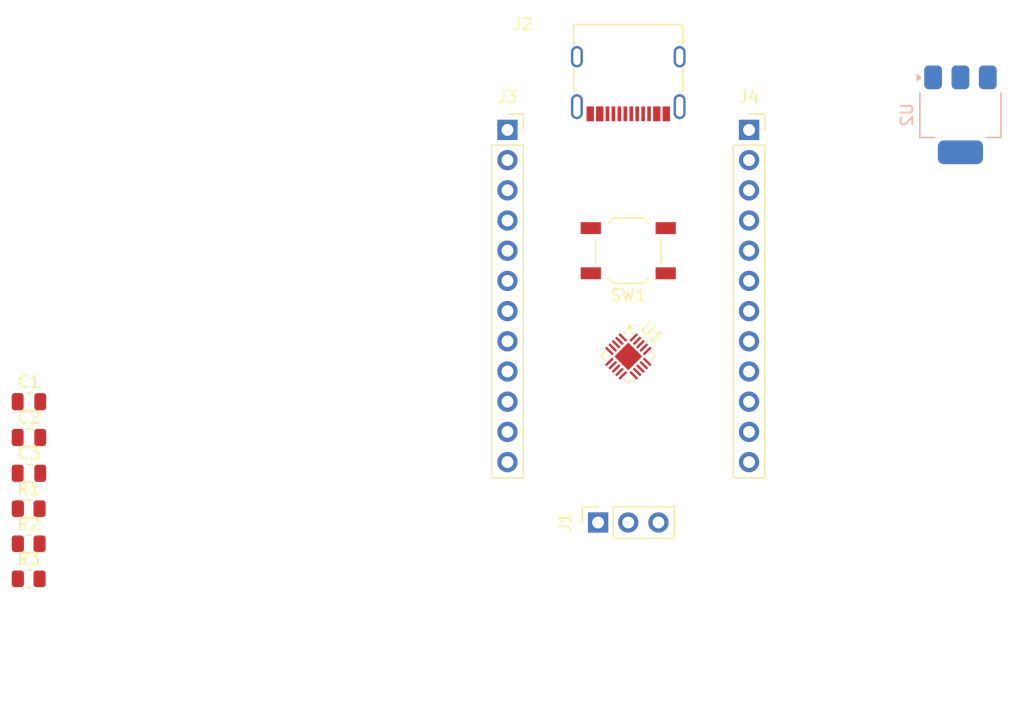
<source format=kicad_pcb>
(kicad_pcb (version 20240108) (generator "pcbnew") (generator_version "8.0")
  (layers (0 "F.Cu" signal) (31 "B.Cu" signal) (34 "B.Paste" user) (35 "F.Paste" user) (36 "B.SilkS" user "B.Silkscreen") (37 "F.SilkS" user "F.Silkscreen") (38 "B.Mask" user) (39 "F.Mask" user) (44 "Edge.Cuts" user))
  (net 0 "")
  (net 1 "/PPBUS_5V_USB")
  (net 2 "GND")
  (net 3 "/PPBUS_3V3")
  (net 4 "/PD1")
  (net 5 "Net-(J2-CC1)")
  (net 6 "/PD4")
  (net 7 "/PD3")
  (net 10 "Net-(J2-CC2)")
  (net 11 "/OSCO")
  (net 12 "/PD0")
  (net 13 "/PC1")
  (net 14 "/PC4")
  (net 15 "/PC0")
  (net 16 "/NRST")
  (net 17 "/OSCI")
  (net 18 "/PC2")
  (net 19 "/PC3")
  (net 20 "/MISO")
  (net 21 "/PD5")
  (net 22 "/PC5")
  (net 23 "/PD6")
  (net 24 "/MOSI")
  (net 25 "/PD2")
  (footprint "Capacitor_SMD:C_0805_2012Metric" (layer "F.Cu") (at 74.05 66.98)
    (property "Reference" "C3" (at 0 -1.68 0) (layer "F.SilkS"))
    (property "Value" "10uF")
    (fp_line (start -0.261252 -0.735) (end 0.261252 -0.735) (stroke (width 0.12)) (layer "F.SilkS"))
    (fp_line (start -0.261252 0.735) (end 0.261252 0.735) (stroke (width 0.12)) (layer "F.SilkS"))
    (pad "1" smd roundrect (at -0.95 0) (size 1 1.45) (layers "F.Cu" "F.Paste" "F.Mask") (net 3 "/PPBUS_3V3"))
    (pad "2" smd roundrect (at 0.95 0) (size 1 1.45) (layers "F.Cu" "F.Paste" "F.Mask") (net 2 "GND"))
  )
  (footprint "Resistor_SMD:R_0805_2012Metric" (layer "F.Cu") (at 74.03 69.96)
    (property "Reference" "R1" (at 0 -1.65 0) (layer "F.SilkS"))
    (property "Value" "1K5")
    (fp_line (start -0.227064 -0.735) (end 0.227064 -0.735) (stroke (width 0.12)) (layer "F.SilkS"))
    (fp_line (start -0.227064 0.735) (end 0.227064 0.735) (stroke (width 0.12)) (layer "F.SilkS"))
    (pad "1" smd roundrect (at -0.9125 0) (size 1.025 1.4) (layers "F.Cu" "F.Paste" "F.Mask") (roundrect_rratio 0.243902) (net 7 "/PD3"))
    (pad "2" smd roundrect (at 0.9125 0) (size 1.025 1.4) (layers "F.Cu" "F.Paste" "F.Mask") (roundrect_rratio 0.243902) (net 25 "/PD2"))
  )
  (footprint "Resistor_SMD:R_0805_2012Metric" (layer "F.Cu") (at 74.03 75.86)
    (property "Reference" "R3" (at 0 -1.65 0) (layer "F.SilkS"))
    (property "Value" "5K1")
    (fp_line (start -0.227064 -0.735) (end 0.227064 -0.735) (stroke (width 0.12)) (layer "F.SilkS"))
    (fp_line (start -0.227064 0.735) (end 0.227064 0.735) (stroke (width 0.12)) (layer "F.SilkS"))
    (pad "1" smd roundrect (at -0.9125 0) (size 1.025 1.4) (layers "F.Cu" "F.Paste" "F.Mask") (roundrect_rratio 0.243902) (net 10 "Net-(J2-CC2)"))
    (pad "2" smd roundrect (at 0.9125 0) (size 1.025 1.4) (layers "F.Cu" "F.Paste" "F.Mask") (roundrect_rratio 0.243902) (net 2 "GND"))
  )
  (footprint "Capacitor_SMD:C_0805_2012Metric" (layer "F.Cu") (at 74.05 63.97)
    (property "Reference" "C2" (at 0 -1.68 0) (layer "F.SilkS"))
    (property "Value" "100nF")
    (fp_line (start -0.261252 -0.735) (end 0.261252 -0.735) (stroke (width 0.12)) (layer "F.SilkS"))
    (fp_line (start -0.261252 0.735) (end 0.261252 0.735) (stroke (width 0.12)) (layer "F.SilkS"))
    (pad "1" smd roundrect (at -0.95 0) (size 1 1.45) (layers "F.Cu" "F.Paste" "F.Mask") (net 3 "/PPBUS_3V3"))
    (pad "2" smd roundrect (at 0.95 0) (size 1 1.45) (layers "F.Cu" "F.Paste" "F.Mask") (net 2 "GND"))
  )
  (footprint "Button_Switch_SMD:SW_SPST_TL3342" (layer "F.Cu") (at 124.46 48.26 180)
    (property "Reference" "SW1" (at 0 -3.749999 180) (layer "F.SilkS"))
    (property "Value" "NRST")
    (fp_line (start 2.75 -1) (end 2.75 1) (stroke (width 0.12)) (layer "F.SilkS"))
    (fp_line (start 1.7 2.3) (end 1.25 2.75) (stroke (width 0.12)) (layer "F.SilkS"))
    (fp_line (start 1.7 -2.3) (end 1.25 -2.75) (stroke (width 0.12)) (layer "F.SilkS"))
    (fp_line (start -1.25 2.75) (end 1.25 2.75) (stroke (width 0.12)) (layer "F.SilkS"))
    (fp_line (start -1.25 -2.75) (end 1.25 -2.75) (stroke (width 0.12)) (layer "F.SilkS"))
    (fp_line (start -1.7 2.3) (end -1.25 2.75) (stroke (width 0.12)) (layer "F.SilkS"))
    (fp_line (start -1.7 -2.3) (end -1.25 -2.75) (stroke (width 0.12)) (layer "F.SilkS"))
    (fp_line (start -2.75 -1) (end -2.75 1) (stroke (width 0.12)) (layer "F.SilkS"))
    (pad "1" smd rect (at -3.149999 -1.9 180) (size 1.7 1) (layers "F.Cu" "F.Paste" "F.Mask") (net 16 "/NRST"))
    (pad "1" smd rect (at 3.149999 -1.9 180) (size 1.7 1) (layers "F.Cu" "F.Paste" "F.Mask") (net 16 "/NRST"))
    (pad "2" smd rect (at -3.149999 1.9 180) (size 1.7 1) (layers "F.Cu" "F.Paste" "F.Mask") (net 2 "GND"))
    (pad "2" smd rect (at 3.149999 1.9 180) (size 1.7 1) (layers "F.Cu" "F.Paste" "F.Mask") (net 2 "GND"))
  )
  (footprint "Resistor_SMD:R_0805_2012Metric" (layer "F.Cu") (at 74.03 72.91)
    (property "Reference" "R2" (at 0 -1.65 0) (layer "F.SilkS"))
    (property "Value" "5K1")
    (fp_line (start -0.227064 -0.735) (end 0.227064 -0.735) (stroke (width 0.12)) (layer "F.SilkS"))
    (fp_line (start -0.227064 0.735) (end 0.227064 0.735) (stroke (width 0.12)) (layer "F.SilkS"))
    (pad "1" smd roundrect (at -0.9125 0) (size 1.025 1.4) (layers "F.Cu" "F.Paste" "F.Mask") (roundrect_rratio 0.243902) (net 5 "Net-(J2-CC1)"))
    (pad "2" smd roundrect (at 0.9125 0) (size 1.025 1.4) (layers "F.Cu" "F.Paste" "F.Mask") (roundrect_rratio 0.243902) (net 2 "GND"))
  )
  (footprint "Capacitor_SMD:C_0805_2012Metric" (layer "F.Cu") (at 74.05 60.96)
    (property "Reference" "C1" (at 0 -1.68 0) (layer "F.SilkS"))
    (property "Value" "100nF")
    (fp_line (start -0.261252 -0.735) (end 0.261252 -0.735) (stroke (width 0.12)) (layer "F.SilkS"))
    (fp_line (start -0.261252 0.735) (end 0.261252 0.735) (stroke (width 0.12)) (layer "F.SilkS"))
    (pad "1" smd roundrect (at -0.95 0) (size 1 1.45) (layers "F.Cu" "F.Paste" "F.Mask") (net 1 "/PPBUS_5V_USB"))
    (pad "2" smd roundrect (at 0.95 0) (size 1 1.45) (layers "F.Cu" "F.Paste" "F.Mask") (net 2 "GND"))
  )
  (footprint "Package_DFN_QFN:QFN-20-1EP_3x3mm_P0.4mm_EP1.65x1.65mm" (layer "F.Cu") (at 124.46 57.15 -45)
    (property "Reference" "U1" (at 0 -2.83 135) (layer "F.SilkS"))
    (property "Value" "CH32V003FxUx")
    (fp_line (start -1.61 1.61) (end -1.61 1.16) (stroke (width 0.12)) (layer "F.SilkS"))
    (fp_line (start -1.16 1.61) (end -1.61 1.61) (stroke (width 0.12)) (layer "F.SilkS"))
    (fp_line (start -1.61 -1.16) (end -1.61 -1.37) (stroke (width 0.12)) (layer "F.SilkS"))
    (fp_line (start 1.16 1.61) (end 1.61 1.61) (stroke (width 0.12)) (layer "F.SilkS"))
    (fp_line (start 1.61 1.61) (end 1.61 1.16) (stroke (width 0.12)) (layer "F.SilkS"))
    (fp_line (start -1.16 -1.61) (end -1.31 -1.61) (stroke (width 0.12)) (layer "F.SilkS"))
    (fp_line (start 1.16 -1.61) (end 1.61 -1.61) (stroke (width 0.12)) (layer "F.SilkS"))
    (fp_line (start 1.61 -1.61) (end 1.61 -1.16) (stroke (width 0.12)) (layer "F.SilkS"))
    (fp_poly (pts (xy -1.61 -1.61) (xy -1.85 -1.94) (xy -1.37 -1.94) (xy -1.61 -1.61)) (stroke (width 0.12)) (fill solid) (layer "F.SilkS"))
    (pad "1" smd roundrect (at -1.45 -0.8 315) (size 0.85 0.2) (layers "F.Cu" "F.Paste" "F.Mask") (net 16 "/NRST"))
    (pad "2" smd roundrect (at -1.45 -0.4 315) (size 0.85 0.2) (layers "F.Cu" "F.Paste" "F.Mask") (net 17 "/OSCI"))
    (pad "3" smd roundrect (at -1.45 0 315) (size 0.85 0.2) (layers "F.Cu" "F.Paste" "F.Mask") (net 11 "/OSCO"))
    (pad "4" smd roundrect (at -1.45 0.4 315) (size 0.85 0.2) (layers "F.Cu" "F.Paste" "F.Mask") (net 2 "GND"))
    (pad "5" smd roundrect (at -1.45 0.8 315) (size 0.85 0.2) (layers "F.Cu" "F.Paste" "F.Mask") (net 12 "/PD0"))
    (pad "6" smd roundrect (at -0.8 1.45 315) (size 0.2 0.85) (layers "F.Cu" "F.Paste" "F.Mask") (net 3 "/PPBUS_3V3"))
    (pad "7" smd roundrect (at -0.4 1.45 315) (size 0.2 0.85) (layers "F.Cu" "F.Paste" "F.Mask") (net 15 "/PC0"))
    (pad "8" smd roundrect (at 0 1.45 315) (size 0.2 0.85) (layers "F.Cu" "F.Paste" "F.Mask") (net 13 "/PC1"))
    (pad "9" smd roundrect (at 0.4 1.45 315) (size 0.2 0.85) (layers "F.Cu" "F.Paste" "F.Mask") (net 18 "/PC2"))
    (pad "10" smd roundrect (at 0.8 1.45 315) (size 0.2 0.85) (layers "F.Cu" "F.Paste" "F.Mask") (net 19 "/PC3"))
    (pad "11" smd roundrect (at 1.45 0.8 315) (size 0.85 0.2) (layers "F.Cu" "F.Paste" "F.Mask") (net 14 "/PC4"))
    (pad "12" smd roundrect (at 1.45 0.4 315) (size 0.85 0.2) (layers "F.Cu" "F.Paste" "F.Mask") (net 22 "/PC5"))
    (pad "13" smd roundrect (at 1.45 0 315) (size 0.85 0.2) (layers "F.Cu" "F.Paste" "F.Mask") (net 24 "/MOSI"))
    (pad "14" smd roundrect (at 1.45 -0.4 315) (size 0.85 0.2) (layers "F.Cu" "F.Paste" "F.Mask") (net 20 "/MISO"))
    (pad "15" smd roundrect (at 1.45 -0.8 315) (size 0.85 0.2) (layers "F.Cu" "F.Paste" "F.Mask") (net 4 "/PD1"))
    (pad "16" smd roundrect (at 0.8 -1.45 315) (size 0.2 0.85) (layers "F.Cu" "F.Paste" "F.Mask") (net 25 "/PD2"))
    (pad "17" smd roundrect (at 0.4 -1.45 315) (size 0.2 0.85) (layers "F.Cu" "F.Paste" "F.Mask") (net 7 "/PD3"))
    (pad "18" smd roundrect (at 0 -1.45 315) (size 0.2 0.85) (layers "F.Cu" "F.Paste" "F.Mask") (net 6 "/PD4"))
    (pad "19" smd roundrect (at -0.4 -1.45 315) (size 0.2 0.85) (layers "F.Cu" "F.Paste" "F.Mask") (net 21 "/PD5"))
    (pad "20" smd roundrect (at -0.8 -1.45 315) (size 0.2 0.85) (layers "F.Cu" "F.Paste" "F.Mask") (net 23 "/PD6"))
    (pad "21" smd rect (at 0 0 315) (size 1.65 1.65) (property pad_prop_heatsink) (layers "F.Cu" "F.Mask") (net 2 "GND"))
  )
  (footprint "Connector_USB:USB_C_Receptacle_G-Switch_GT-USB-7010ASV" (layer "F.Cu") (at 124.46 33.02 180)
    (property "Reference" "J2" (at 8.89 3.81 180) (layer "F.SilkS"))
    (property "Value" "USB_C")
    (fp_line (start 4.580001 0.07) (end 4.580001 -1.85) (stroke (width 0.12)) (layer "F.SilkS"))
    (fp_line (start 4.58 3.785) (end -4.58 3.785) (stroke (width 0.12)) (layer "F.SilkS"))
    (fp_line (start 4.58 2.08) (end 4.58 3.785) (stroke (width 0.12)) (layer "F.SilkS"))
    (fp_line (start -4.58 3.785) (end -4.58 2.08) (stroke (width 0.12)) (layer "F.SilkS"))
    (fp_line (start -4.580001 -1.85) (end -4.580001 0.07) (stroke (width 0.12)) (layer "F.SilkS"))
    (pad "" np_thru_hole circle (at -2.89 -2.605 180) (size 0.65 0.65) (drill 0.65) (layers "*.Cu" "*.Mask"))
    (pad "" np_thru_hole circle (at 2.89 -2.605 180) (size 0.65 0.65) (drill 0.65) (layers "*.Cu" "*.Mask"))
    (pad "A1" smd rect (at -3.2 -3.725 180) (size 0.6 1.24) (layers "F.Cu" "F.Paste" "F.Mask") (net 2 "GND"))
    (pad "A4" smd rect (at -2.4 -3.725 180) (size 0.6 1.24) (layers "F.Cu" "F.Paste" "F.Mask") (net 1 "/PPBUS_5V_USB"))
    (pad "A5" smd rect (at -1.25 -3.725 180) (size 0.3 1.24) (layers "F.Cu" "F.Paste" "F.Mask") (net 5 "Net-(J2-CC1)"))
    (pad "A6" smd rect (at -0.25 -3.725 180) (size 0.3 1.24) (layers "F.Cu" "F.Paste" "F.Mask") (net 6 "/PD4"))
    (pad "A7" smd rect (at 0.25 -3.725 180) (size 0.3 1.24) (layers "F.Cu" "F.Paste" "F.Mask") (net 7 "/PD3"))
    (pad "A8" smd rect (at 1.25 -3.725 180) (size 0.3 1.24) (layers "F.Cu" "F.Paste" "F.Mask"))
    (pad "A9" smd rect (at 2.4 -3.725 180) (size 0.6 1.24) (layers "F.Cu" "F.Paste" "F.Mask") (net 1 "/PPBUS_5V_USB"))
    (pad "A12" smd rect (at 3.2 -3.725 180) (size 0.6 1.24) (layers "F.Cu" "F.Paste" "F.Mask") (net 2 "GND"))
    (pad "B1" smd rect (at 3.2 -3.725 180) (size 0.6 1.24) (layers "F.Cu" "F.Paste" "F.Mask") (net 2 "GND"))
    (pad "B4" smd rect (at 2.4 -3.725 180) (size 0.6 1.24) (layers "F.Cu" "F.Paste" "F.Mask") (net 1 "/PPBUS_5V_USB"))
    (pad "B5" smd rect (at 1.75 -3.725 180) (size 0.3 1.24) (layers "F.Cu" "F.Paste" "F.Mask") (net 10 "Net-(J2-CC2)"))
    (pad "B6" smd rect (at 0.75 -3.725 180) (size 0.3 1.24) (layers "F.Cu" "F.Paste" "F.Mask") (net 6 "/PD4"))
    (pad "B7" smd rect (at -0.75 -3.725 180) (size 0.3 1.24) (layers "F.Cu" "F.Paste" "F.Mask") (net 7 "/PD3"))
    (pad "B8" smd rect (at -1.75 -3.725 180) (size 0.3 1.24) (layers "F.Cu" "F.Paste" "F.Mask"))
    (pad "B9" smd rect (at -2.4 -3.725 180) (size 0.6 1.24) (layers "F.Cu" "F.Paste" "F.Mask") (net 1 "/PPBUS_5V_USB"))
    (pad "B12" smd rect (at -3.2 -3.725 180) (size 0.6 1.24) (layers "F.Cu" "F.Paste" "F.Mask") (net 2 "GND"))
    (pad "S1" thru_hole oval (at -4.32 -3.125 180) (size 1 2.1) (drill oval 0.6 1.7) (layers "*.Cu" "*.Mask") (net 2 "GND"))
    (pad "S1" thru_hole oval (at -4.32 1.075 180) (size 1 1.8) (drill oval 0.6 1.4) (layers "*.Cu" "*.Mask") (net 2 "GND"))
    (pad "S1" thru_hole oval (at 4.32 -3.125 180) (size 1 2.1) (drill oval 0.6 1.7) (layers "*.Cu" "*.Mask") (net 2 "GND"))
    (pad "S1" thru_hole oval (at 4.32 1.075 180) (size 1 1.8) (drill oval 0.6 1.4) (layers "*.Cu" "*.Mask") (net 2 "GND"))
  )
  (footprint "Connector_PinSocket_2.54mm:PinSocket_1x03_P2.54mm_Vertical" (layer "F.Cu") (at 121.92 71.12 90)
    (property "Reference" "J1" (at 0 -2.77 270) (layer "F.SilkS"))
    (property "Value" "PROG_HEADER")
    (fp_line (start 1.33 -1.33) (end 1.33 0) (stroke (width 0.12)) (layer "F.SilkS"))
    (fp_line (start 0 -1.33) (end 1.33 -1.33) (stroke (width 0.12)) (layer "F.SilkS"))
    (fp_line (start 1.33 1.270001) (end 1.33 6.409999) (stroke (width 0.12)) (layer "F.SilkS"))
    (fp_line (start -1.33 1.270001) (end 1.33 1.270001) (stroke (width 0.12)) (layer "F.SilkS"))
    (fp_line (start -1.33 1.270001) (end -1.33 6.409999) (stroke (width 0.12)) (layer "F.SilkS"))
    (fp_line (start -1.33 6.409999) (end 1.33 6.409999) (stroke (width 0.12)) (layer "F.SilkS"))
    (pad "1" thru_hole rect (at 0 0 90) (size 1.7 1.7) (drill 1) (layers "*.Cu" "*.Mask") (net 2 "GND"))
    (pad "2" thru_hole oval (at 0 2.54 90) (size 1.7 1.7) (drill 1) (layers "*.Cu" "*.Mask") (net 4 "/PD1"))
    (pad "3" thru_hole oval (at 0 5.079999 90) (size 1.7 1.7) (drill 1) (layers "*.Cu" "*.Mask") (net 3 "/PPBUS_3V3"))
  )
  (footprint "Connector_PinSocket_2.54mm:PinSocket_1x12_P2.54mm_Vertical" (layer "F.Cu") (at 114.3 38.1)
    (property "Reference" "J3" (at 0 -2.77 0) (layer "F.SilkS"))
    (property "Value" "HEADER_LEFT")
    (fp_line (start -1.33 1.27) (end -1.33 29.27) (stroke (width 0.12)) (layer "F.SilkS"))
    (fp_line (start -1.33 1.27) (end 1.33 1.27) (stroke (width 0.12)) (layer "F.SilkS"))
    (fp_line (start -1.33 29.27) (end 1.33 29.27) (stroke (width 0.12)) (layer "F.SilkS"))
    (fp_line (start 0 -1.33) (end 1.33 -1.33) (stroke (width 0.12)) (layer "F.SilkS"))
    (fp_line (start 1.33 -1.33) (end 1.33 0) (stroke (width 0.12)) (layer "F.SilkS"))
    (fp_line (start 1.33 1.27) (end 1.33 29.27) (stroke (width 0.12)) (layer "F.SilkS"))
    (pad "1" thru_hole rect (at 0 0) (size 1.7 1.7) (drill 1) (layers "*.Cu" "*.Mask") (net 2 "GND"))
    (pad "2" thru_hole oval (at 0 2.54) (size 1.7 1.7) (drill 1) (layers "*.Cu" "*.Mask") (net 16 "/NRST"))
    (pad "3" thru_hole oval (at 0 5.08) (size 1.7 1.7) (drill 1) (layers "*.Cu" "*.Mask") (net 17 "/OSCI"))
    (pad "4" thru_hole oval (at 0 7.62) (size 1.7 1.7) (drill 1) (layers "*.Cu" "*.Mask") (net 11 "/OSCO"))
    (pad "5" thru_hole oval (at 0 10.16) (size 1.7 1.7) (drill 1) (layers "*.Cu" "*.Mask") (net 12 "/PD0"))
    (pad "6" thru_hole oval (at 0 12.7) (size 1.7 1.7) (drill 1) (layers "*.Cu" "*.Mask") (net 15 "/PC0"))
    (pad "7" thru_hole oval (at 0 15.24) (size 1.7 1.7) (drill 1) (layers "*.Cu" "*.Mask") (net 13 "/PC1"))
    (pad "8" thru_hole oval (at 0 17.78) (size 1.7 1.7) (drill 1) (layers "*.Cu" "*.Mask") (net 18 "/PC2"))
    (pad "9" thru_hole oval (at 0 20.32) (size 1.7 1.7) (drill 1) (layers "*.Cu" "*.Mask") (net 2 "GND"))
    (pad "10" thru_hole oval (at 0 22.86) (size 1.7 1.7) (drill 1) (layers "*.Cu" "*.Mask") (net 19 "/PC3"))
    (pad "11" thru_hole oval (at 0 25.4) (size 1.7 1.7) (drill 1) (layers "*.Cu" "*.Mask") (net 14 "/PC4"))
    (pad "12" thru_hole oval (at 0 27.94) (size 1.7 1.7) (drill 1) (layers "*.Cu" "*.Mask") (net 3 "/PPBUS_3V3"))
  )
  (footprint "Connector_PinSocket_2.54mm:PinSocket_1x12_P2.54mm_Vertical" (layer "F.Cu") (at 134.62 38.1)
    (property "Reference" "J4" (at 0 -2.77 0) (layer "F.SilkS"))
    (property "Value" "HEADER_RIGHT")
    (fp_line (start -1.33 1.27) (end -1.33 29.27) (stroke (width 0.12)) (layer "F.SilkS"))
    (fp_line (start -1.33 1.27) (end 1.33 1.27) (stroke (width 0.12)) (layer "F.SilkS"))
    (fp_line (start -1.33 29.27) (end 1.33 29.27) (stroke (width 0.12)) (layer "F.SilkS"))
    (fp_line (start 0 -1.33) (end 1.33 -1.33) (stroke (width 0.12)) (layer "F.SilkS"))
    (fp_line (start 1.33 -1.33) (end 1.33 0) (stroke (width 0.12)) (layer "F.SilkS"))
    (fp_line (start 1.33 1.27) (end 1.33 29.27) (stroke (width 0.12)) (layer "F.SilkS"))
    (pad "1" thru_hole rect (at 0 0) (size 1.7 1.7) (drill 1) (layers "*.Cu" "*.Mask") (net 2 "GND"))
    (pad "2" thru_hole oval (at 0 2.54) (size 1.7 1.7) (drill 1) (layers "*.Cu" "*.Mask") (net 3 "/PPBUS_3V3"))
    (pad "3" thru_hole oval (at 0 5.08) (size 1.7 1.7) (drill 1) (layers "*.Cu" "*.Mask") (net 23 "/PD6"))
    (pad "4" thru_hole oval (at 0 7.62) (size 1.7 1.7) (drill 1) (layers "*.Cu" "*.Mask") (net 21 "/PD5"))
    (pad "5" thru_hole oval (at 0 10.16) (size 1.7 1.7) (drill 1) (layers "*.Cu" "*.Mask") (net 6 "/PD4"))
    (pad "6" thru_hole oval (at 0 12.7) (size 1.7 1.7) (drill 1) (layers "*.Cu" "*.Mask") (net 7 "/PD3"))
    (pad "7" thru_hole oval (at 0 15.24) (size 1.7 1.7) (drill 1) (layers "*.Cu" "*.Mask") (net 25 "/PD2"))
    (pad "8" thru_hole oval (at 0 17.78) (size 1.7 1.7) (drill 1) (layers "*.Cu" "*.Mask") (net 2 "GND"))
    (pad "9" thru_hole oval (at 0 20.32) (size 1.7 1.7) (drill 1) (layers "*.Cu" "*.Mask") (net 20 "/MISO"))
    (pad "10" thru_hole oval (at 0 22.86) (size 1.7 1.7) (drill 1) (layers "*.Cu" "*.Mask") (net 24 "/MOSI"))
    (pad "11" thru_hole oval (at 0 25.4) (size 1.7 1.7) (drill 1) (layers "*.Cu" "*.Mask") (net 22 "/PC5"))
    (pad "12" thru_hole oval (at 0 27.94) (size 1.7 1.7) (drill 1) (layers "*.Cu" "*.Mask") (net 3 "/PPBUS_3V3"))
  )
  (footprint "Package_TO_SOT_SMD:SOT-223-3_TabPin2" (layer "B.Cu") (at 152.4 36.83 -90)
    (property "Reference" "U2" (at 0 4.500001 90) (layer "B.SilkS") (effects (justify mirror)))
    (property "Value" "AMS1117-2.85")
    (fp_line (start 1.91 3.41) (end -1.85 3.410001) (stroke (width 0.12)) (layer "B.SilkS"))
    (fp_line (start 1.91 2.150001) (end 1.91 3.41) (stroke (width 0.12)) (layer "B.SilkS"))
    (fp_line (start 1.91 -2.150001) (end 1.91 -3.41) (stroke (width 0.12)) (layer "B.SilkS"))
    (fp_line (start 1.91 -3.41) (end -1.85 -3.410001) (stroke (width 0.12)) (layer "B.SilkS"))
    (fp_poly (pts (xy -3.13 3.31) (xy -3.37 3.64) (xy -2.89 3.64) (xy -3.13 3.31)) (stroke (width 0.12)) (fill solid) (layer "B.SilkS"))
    (pad "1" smd roundrect (at -3.15 2.3 270) (size 2 1.5) (layers "B.Cu" "B.Paste" "B.Mask") (net 2 "GND"))
    (pad "2" smd roundrect (at -3.149999 0 270) (size 2 1.5) (layers "B.Cu" "B.Paste" "B.Mask") (net 3 "/PPBUS_3V3"))
    (pad "2" smd roundrect (at 3.149999 0 270) (size 2 3.8) (layers "B.Cu" "B.Paste" "B.Mask") (net 3 "/PPBUS_3V3"))
    (pad "3" smd roundrect (at -3.15 -2.3 270) (size 2 1.5) (layers "B.Cu" "B.Paste" "B.Mask") (net 1 "/PPBUS_5V_USB"))
  )
)
</source>
